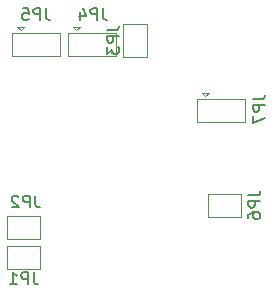
<source format=gbr>
G04 #@! TF.GenerationSoftware,KiCad,Pcbnew,(5.1.5)-2*
G04 #@! TF.CreationDate,2021-03-13T02:14:36+01:00*
G04 #@! TF.ProjectId,Versie1,56657273-6965-4312-9e6b-696361645f70,rev?*
G04 #@! TF.SameCoordinates,Original*
G04 #@! TF.FileFunction,Legend,Bot*
G04 #@! TF.FilePolarity,Positive*
%FSLAX46Y46*%
G04 Gerber Fmt 4.6, Leading zero omitted, Abs format (unit mm)*
G04 Created by KiCad (PCBNEW (5.1.5)-2) date 2021-03-13 02:14:36*
%MOMM*%
%LPD*%
G04 APERTURE LIST*
%ADD10C,0.120000*%
%ADD11C,0.150000*%
G04 APERTURE END LIST*
D10*
X105394000Y-87881000D02*
X103394000Y-87881000D01*
X105394000Y-90681000D02*
X105394000Y-87881000D01*
X103394000Y-90681000D02*
X105394000Y-90681000D01*
X103394000Y-87881000D02*
X103394000Y-90681000D01*
X99441000Y-88462000D02*
X99741000Y-88162000D01*
X99141000Y-88162000D02*
X99741000Y-88162000D01*
X99441000Y-88462000D02*
X99141000Y-88162000D01*
X98691000Y-88662000D02*
X98691000Y-90662000D01*
X102791000Y-88662000D02*
X98691000Y-88662000D01*
X102791000Y-90662000D02*
X102791000Y-88662000D01*
X98691000Y-90662000D02*
X102791000Y-90662000D01*
X93962000Y-90662000D02*
X98062000Y-90662000D01*
X98062000Y-90662000D02*
X98062000Y-88662000D01*
X98062000Y-88662000D02*
X93962000Y-88662000D01*
X93962000Y-88662000D02*
X93962000Y-90662000D01*
X94712000Y-88462000D02*
X94412000Y-88162000D01*
X94412000Y-88162000D02*
X95012000Y-88162000D01*
X94712000Y-88462000D02*
X95012000Y-88162000D01*
X113414000Y-102281500D02*
X110614000Y-102281500D01*
X110614000Y-102281500D02*
X110614000Y-104281500D01*
X110614000Y-104281500D02*
X113414000Y-104281500D01*
X113414000Y-104281500D02*
X113414000Y-102281500D01*
X109613000Y-96250000D02*
X113713000Y-96250000D01*
X113713000Y-96250000D02*
X113713000Y-94250000D01*
X113713000Y-94250000D02*
X109613000Y-94250000D01*
X109613000Y-94250000D02*
X109613000Y-96250000D01*
X110363000Y-94050000D02*
X110063000Y-93750000D01*
X110063000Y-93750000D02*
X110663000Y-93750000D01*
X110363000Y-94050000D02*
X110663000Y-93750000D01*
X93581000Y-108696000D02*
X96381000Y-108696000D01*
X96381000Y-108696000D02*
X96381000Y-106696000D01*
X96381000Y-106696000D02*
X93581000Y-106696000D01*
X93581000Y-106696000D02*
X93581000Y-108696000D01*
X93596000Y-104156000D02*
X93596000Y-106156000D01*
X96396000Y-104156000D02*
X93596000Y-104156000D01*
X96396000Y-106156000D02*
X96396000Y-104156000D01*
X93596000Y-106156000D02*
X96396000Y-106156000D01*
D11*
X102046380Y-88447666D02*
X102760666Y-88447666D01*
X102903523Y-88400047D01*
X102998761Y-88304809D01*
X103046380Y-88161952D01*
X103046380Y-88066714D01*
X103046380Y-88923857D02*
X102046380Y-88923857D01*
X102046380Y-89304809D01*
X102094000Y-89400047D01*
X102141619Y-89447666D01*
X102236857Y-89495285D01*
X102379714Y-89495285D01*
X102474952Y-89447666D01*
X102522571Y-89400047D01*
X102570190Y-89304809D01*
X102570190Y-88923857D01*
X102046380Y-89828619D02*
X102046380Y-90447666D01*
X102427333Y-90114333D01*
X102427333Y-90257190D01*
X102474952Y-90352428D01*
X102522571Y-90400047D01*
X102617809Y-90447666D01*
X102855904Y-90447666D01*
X102951142Y-90400047D01*
X102998761Y-90352428D01*
X103046380Y-90257190D01*
X103046380Y-89971476D01*
X102998761Y-89876238D01*
X102951142Y-89828619D01*
X101671333Y-86574380D02*
X101671333Y-87288666D01*
X101718952Y-87431523D01*
X101814190Y-87526761D01*
X101957047Y-87574380D01*
X102052285Y-87574380D01*
X101195142Y-87574380D02*
X101195142Y-86574380D01*
X100814190Y-86574380D01*
X100718952Y-86622000D01*
X100671333Y-86669619D01*
X100623714Y-86764857D01*
X100623714Y-86907714D01*
X100671333Y-87002952D01*
X100718952Y-87050571D01*
X100814190Y-87098190D01*
X101195142Y-87098190D01*
X99766571Y-86907714D02*
X99766571Y-87574380D01*
X100004666Y-86526761D02*
X100242761Y-87241047D01*
X99623714Y-87241047D01*
X96845333Y-86574380D02*
X96845333Y-87288666D01*
X96892952Y-87431523D01*
X96988190Y-87526761D01*
X97131047Y-87574380D01*
X97226285Y-87574380D01*
X96369142Y-87574380D02*
X96369142Y-86574380D01*
X95988190Y-86574380D01*
X95892952Y-86622000D01*
X95845333Y-86669619D01*
X95797714Y-86764857D01*
X95797714Y-86907714D01*
X95845333Y-87002952D01*
X95892952Y-87050571D01*
X95988190Y-87098190D01*
X96369142Y-87098190D01*
X94892952Y-86574380D02*
X95369142Y-86574380D01*
X95416761Y-87050571D01*
X95369142Y-87002952D01*
X95273904Y-86955333D01*
X95035809Y-86955333D01*
X94940571Y-87002952D01*
X94892952Y-87050571D01*
X94845333Y-87145809D01*
X94845333Y-87383904D01*
X94892952Y-87479142D01*
X94940571Y-87526761D01*
X95035809Y-87574380D01*
X95273904Y-87574380D01*
X95369142Y-87526761D01*
X95416761Y-87479142D01*
X114006380Y-102417666D02*
X114720666Y-102417666D01*
X114863523Y-102370047D01*
X114958761Y-102274809D01*
X115006380Y-102131952D01*
X115006380Y-102036714D01*
X115006380Y-102893857D02*
X114006380Y-102893857D01*
X114006380Y-103274809D01*
X114054000Y-103370047D01*
X114101619Y-103417666D01*
X114196857Y-103465285D01*
X114339714Y-103465285D01*
X114434952Y-103417666D01*
X114482571Y-103370047D01*
X114530190Y-103274809D01*
X114530190Y-102893857D01*
X114006380Y-104322428D02*
X114006380Y-104131952D01*
X114054000Y-104036714D01*
X114101619Y-103989095D01*
X114244476Y-103893857D01*
X114434952Y-103846238D01*
X114815904Y-103846238D01*
X114911142Y-103893857D01*
X114958761Y-103941476D01*
X115006380Y-104036714D01*
X115006380Y-104227190D01*
X114958761Y-104322428D01*
X114911142Y-104370047D01*
X114815904Y-104417666D01*
X114577809Y-104417666D01*
X114482571Y-104370047D01*
X114434952Y-104322428D01*
X114387333Y-104227190D01*
X114387333Y-104036714D01*
X114434952Y-103941476D01*
X114482571Y-103893857D01*
X114577809Y-103846238D01*
X114387380Y-94289666D02*
X115101666Y-94289666D01*
X115244523Y-94242047D01*
X115339761Y-94146809D01*
X115387380Y-94003952D01*
X115387380Y-93908714D01*
X115387380Y-94765857D02*
X114387380Y-94765857D01*
X114387380Y-95146809D01*
X114435000Y-95242047D01*
X114482619Y-95289666D01*
X114577857Y-95337285D01*
X114720714Y-95337285D01*
X114815952Y-95289666D01*
X114863571Y-95242047D01*
X114911190Y-95146809D01*
X114911190Y-94765857D01*
X114387380Y-95670619D02*
X114387380Y-96337285D01*
X115387380Y-95908714D01*
X95814333Y-108948380D02*
X95814333Y-109662666D01*
X95861952Y-109805523D01*
X95957190Y-109900761D01*
X96100047Y-109948380D01*
X96195285Y-109948380D01*
X95338142Y-109948380D02*
X95338142Y-108948380D01*
X94957190Y-108948380D01*
X94861952Y-108996000D01*
X94814333Y-109043619D01*
X94766714Y-109138857D01*
X94766714Y-109281714D01*
X94814333Y-109376952D01*
X94861952Y-109424571D01*
X94957190Y-109472190D01*
X95338142Y-109472190D01*
X93814333Y-109948380D02*
X94385761Y-109948380D01*
X94100047Y-109948380D02*
X94100047Y-108948380D01*
X94195285Y-109091238D01*
X94290523Y-109186476D01*
X94385761Y-109234095D01*
X95956333Y-102449380D02*
X95956333Y-103163666D01*
X96003952Y-103306523D01*
X96099190Y-103401761D01*
X96242047Y-103449380D01*
X96337285Y-103449380D01*
X95480142Y-103449380D02*
X95480142Y-102449380D01*
X95099190Y-102449380D01*
X95003952Y-102497000D01*
X94956333Y-102544619D01*
X94908714Y-102639857D01*
X94908714Y-102782714D01*
X94956333Y-102877952D01*
X95003952Y-102925571D01*
X95099190Y-102973190D01*
X95480142Y-102973190D01*
X94527761Y-102544619D02*
X94480142Y-102497000D01*
X94384904Y-102449380D01*
X94146809Y-102449380D01*
X94051571Y-102497000D01*
X94003952Y-102544619D01*
X93956333Y-102639857D01*
X93956333Y-102735095D01*
X94003952Y-102877952D01*
X94575380Y-103449380D01*
X93956333Y-103449380D01*
M02*

</source>
